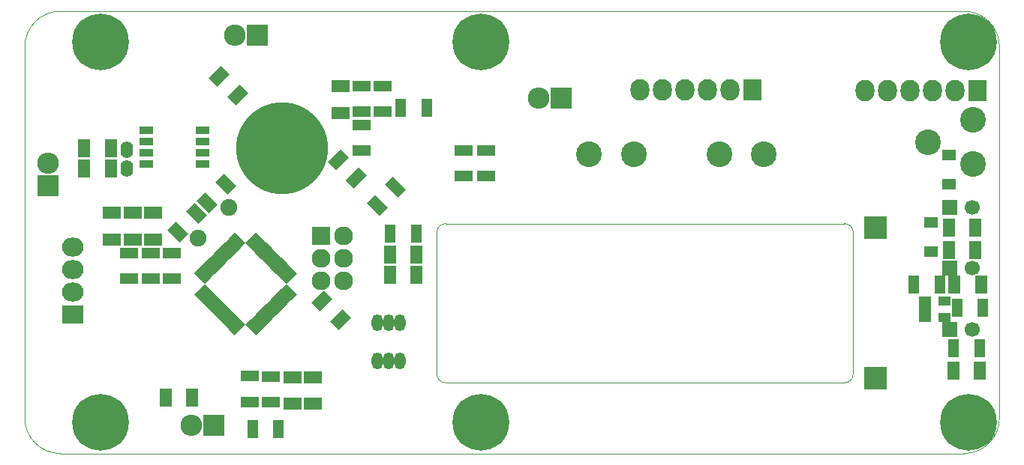
<source format=gbs>
G04 #@! TF.FileFunction,Soldermask,Bot*
%FSLAX46Y46*%
G04 Gerber Fmt 4.6, Leading zero omitted, Abs format (unit mm)*
G04 Created by KiCad (PCBNEW 4.0.4-stable) date 12/06/16 19:38:57*
%MOMM*%
%LPD*%
G01*
G04 APERTURE LIST*
%ADD10C,0.100000*%
%ADD11R,1.300000X2.100000*%
%ADD12C,2.900000*%
%ADD13C,1.700000*%
%ADD14R,1.700000X1.700000*%
%ADD15R,1.620000X1.310000*%
%ADD16C,6.400000*%
%ADD17C,4.400000*%
%ADD18C,10.400000*%
%ADD19R,2.127200X2.127200*%
%ADD20O,2.127200X2.127200*%
%ADD21R,2.432000X2.432000*%
%ADD22O,2.432000X2.432000*%
%ADD23R,2.432000X2.127200*%
%ADD24O,2.432000X2.127200*%
%ADD25R,2.127200X2.432000*%
%ADD26O,2.127200X2.432000*%
%ADD27C,2.899360*%
%ADD28R,1.543000X0.908000*%
%ADD29O,1.299160X1.901140*%
%ADD30C,1.901140*%
%ADD31O,1.400760X1.901140*%
%ADD32R,2.635200X2.635200*%
%ADD33R,1.400000X2.000000*%
%ADD34R,2.000000X1.400000*%
%ADD35R,2.100000X1.300000*%
%ADD36R,1.460000X1.050000*%
G04 APERTURE END LIST*
D10*
X110000000Y46000000D02*
G75*
G03X106000000Y50000000I-4000000J0D01*
G01*
X106000000Y0D02*
G75*
G03X110000000Y4000000I0J4000000D01*
G01*
X108000000Y3500000D02*
G75*
G03X108000000Y3500000I-1500000J0D01*
G01*
X108000000Y46500000D02*
G75*
G03X108000000Y46500000I-1500000J0D01*
G01*
X53000000Y46500000D02*
G75*
G03X53000000Y46500000I-1500000J0D01*
G01*
X53000000Y3500000D02*
G75*
G03X53000000Y3500000I-1500000J0D01*
G01*
X10000000Y46500000D02*
G75*
G03X10000000Y46500000I-1500000J0D01*
G01*
X10000000Y3500000D02*
G75*
G03X10000000Y3500000I-1500000J0D01*
G01*
X0Y4000000D02*
G75*
G03X4000000Y0I4000000J0D01*
G01*
X4000000Y50000000D02*
G75*
G03X0Y46000000I0J-4000000D01*
G01*
X4000000Y50000000D02*
X106000000Y50000000D01*
X106000000Y0D02*
X4000000Y0D01*
X47500000Y26000000D02*
G75*
G03X46500000Y25000000I0J-1000000D01*
G01*
X47500000Y26000000D02*
X92500000Y26000000D01*
X93500000Y25000000D02*
G75*
G03X92500000Y26000000I-1000000J0D01*
G01*
X93500000Y9000000D02*
X93500000Y25000000D01*
X92500000Y8000000D02*
G75*
G03X93500000Y9000000I0J1000000D01*
G01*
X92500000Y8000000D02*
X47500000Y8000000D01*
X46500000Y9000000D02*
G75*
G03X47500000Y8000000I1000000J0D01*
G01*
X46500000Y9000000D02*
X46500000Y25000000D01*
X0Y4000000D02*
X0Y46000000D01*
X110000000Y46000000D02*
X110000000Y4000000D01*
X33000000Y34500000D02*
G75*
G03X33000000Y34500000I-4000000J0D01*
G01*
D11*
X105250000Y16500000D03*
X108150000Y16500000D03*
D12*
X78400000Y33800000D03*
X83400000Y33800000D03*
X63700000Y33800000D03*
X68700000Y33800000D03*
D13*
X106900000Y21000000D03*
D14*
X104400000Y21000000D03*
D13*
X106900000Y14040000D03*
D14*
X104400000Y14040000D03*
D13*
X106900000Y27800000D03*
D14*
X104400000Y27800000D03*
D15*
X102300000Y22865000D03*
X102300000Y26135000D03*
X104300000Y30465000D03*
X104300000Y33735000D03*
D16*
X8500000Y3500000D03*
D17*
X8500000Y3500000D03*
D16*
X51500000Y3500000D03*
D17*
X51500000Y3500000D03*
D16*
X106500000Y3500000D03*
D17*
X106500000Y3500000D03*
D16*
X106500000Y46500000D03*
D17*
X106500000Y46500000D03*
D16*
X51500000Y46500000D03*
D17*
X51500000Y46500000D03*
D16*
X8500000Y46500000D03*
D17*
X8500000Y46500000D03*
D18*
X29000000Y34500000D03*
D19*
X33400000Y24640000D03*
D20*
X35940000Y24640000D03*
X33400000Y22100000D03*
X35940000Y22100000D03*
X33400000Y19560000D03*
X35940000Y19560000D03*
D21*
X26200000Y47300000D03*
D22*
X23660000Y47300000D03*
D21*
X2600000Y30260000D03*
D22*
X2600000Y32800000D03*
D21*
X21340000Y3200000D03*
D22*
X18800000Y3200000D03*
D23*
X5400000Y15720000D03*
D24*
X5400000Y18260000D03*
X5400000Y20800000D03*
X5400000Y23340000D03*
D21*
X60540000Y40200000D03*
D22*
X58000000Y40200000D03*
D25*
X107500000Y41000000D03*
D26*
X104960000Y41000000D03*
X102420000Y41000000D03*
X99880000Y41000000D03*
X97340000Y41000000D03*
X94800000Y41000000D03*
D25*
X82100000Y41100000D03*
D26*
X79560000Y41100000D03*
X77020000Y41100000D03*
X74480000Y41100000D03*
X71940000Y41100000D03*
X69400000Y41100000D03*
D27*
X101960640Y35199360D03*
X107000000Y37698720D03*
X107000000Y32700000D03*
D10*
G36*
X21984111Y20879344D02*
X20781690Y22081765D01*
X21454275Y22754350D01*
X22656696Y21551929D01*
X21984111Y20879344D01*
X21984111Y20879344D01*
G37*
G36*
X22548071Y21443304D02*
X21345650Y22645725D01*
X22018235Y23318310D01*
X23220656Y22115889D01*
X22548071Y21443304D01*
X22548071Y21443304D01*
G37*
G36*
X23113828Y22009060D02*
X21911407Y23211481D01*
X22583992Y23884066D01*
X23786413Y22681645D01*
X23113828Y22009060D01*
X23113828Y22009060D01*
G37*
G36*
X23679584Y22574816D02*
X22477163Y23777237D01*
X23149748Y24449822D01*
X24352169Y23247401D01*
X23679584Y22574816D01*
X23679584Y22574816D01*
G37*
G36*
X24245340Y23140572D02*
X23042919Y24342993D01*
X23715504Y25015578D01*
X24917925Y23813157D01*
X24245340Y23140572D01*
X24245340Y23140572D01*
G37*
G36*
X20286843Y19182075D02*
X19084422Y20384496D01*
X19757007Y21057081D01*
X20959428Y19854660D01*
X20286843Y19182075D01*
X20286843Y19182075D01*
G37*
G36*
X20852599Y19747831D02*
X19650178Y20950252D01*
X20322763Y21622837D01*
X21525184Y20420416D01*
X20852599Y19747831D01*
X20852599Y19747831D01*
G37*
G36*
X21418355Y20313587D02*
X20215934Y21516008D01*
X20888519Y22188593D01*
X22090940Y20986172D01*
X21418355Y20313587D01*
X21418355Y20313587D01*
G37*
G36*
X25554660Y23140572D02*
X24882075Y23813157D01*
X26084496Y25015578D01*
X26757081Y24342993D01*
X25554660Y23140572D01*
X25554660Y23140572D01*
G37*
G36*
X26120416Y22574816D02*
X25447831Y23247401D01*
X26650252Y24449822D01*
X27322837Y23777237D01*
X26120416Y22574816D01*
X26120416Y22574816D01*
G37*
G36*
X26686172Y22009060D02*
X26013587Y22681645D01*
X27216008Y23884066D01*
X27888593Y23211481D01*
X26686172Y22009060D01*
X26686172Y22009060D01*
G37*
G36*
X27251929Y21443304D02*
X26579344Y22115889D01*
X27781765Y23318310D01*
X28454350Y22645725D01*
X27251929Y21443304D01*
X27251929Y21443304D01*
G37*
G36*
X27815889Y20879344D02*
X27143304Y21551929D01*
X28345725Y22754350D01*
X29018310Y22081765D01*
X27815889Y20879344D01*
X27815889Y20879344D01*
G37*
G36*
X28381645Y20313587D02*
X27709060Y20986172D01*
X28911481Y22188593D01*
X29584066Y21516008D01*
X28381645Y20313587D01*
X28381645Y20313587D01*
G37*
G36*
X28947401Y19747831D02*
X28274816Y20420416D01*
X29477237Y21622837D01*
X30149822Y20950252D01*
X28947401Y19747831D01*
X28947401Y19747831D01*
G37*
G36*
X29513157Y19182075D02*
X28840572Y19854660D01*
X30042993Y21057081D01*
X30715578Y20384496D01*
X29513157Y19182075D01*
X29513157Y19182075D01*
G37*
G36*
X30042993Y17342919D02*
X28840572Y18545340D01*
X29513157Y19217925D01*
X30715578Y18015504D01*
X30042993Y17342919D01*
X30042993Y17342919D01*
G37*
G36*
X29477237Y16777163D02*
X28274816Y17979584D01*
X28947401Y18652169D01*
X30149822Y17449748D01*
X29477237Y16777163D01*
X29477237Y16777163D01*
G37*
G36*
X28911481Y16211407D02*
X27709060Y17413828D01*
X28381645Y18086413D01*
X29584066Y16883992D01*
X28911481Y16211407D01*
X28911481Y16211407D01*
G37*
G36*
X28345725Y15645650D02*
X27143304Y16848071D01*
X27815889Y17520656D01*
X29018310Y16318235D01*
X28345725Y15645650D01*
X28345725Y15645650D01*
G37*
G36*
X27781765Y15081690D02*
X26579344Y16284111D01*
X27251929Y16956696D01*
X28454350Y15754275D01*
X27781765Y15081690D01*
X27781765Y15081690D01*
G37*
G36*
X27216008Y14515934D02*
X26013587Y15718355D01*
X26686172Y16390940D01*
X27888593Y15188519D01*
X27216008Y14515934D01*
X27216008Y14515934D01*
G37*
G36*
X26650252Y13950178D02*
X25447831Y15152599D01*
X26120416Y15825184D01*
X27322837Y14622763D01*
X26650252Y13950178D01*
X26650252Y13950178D01*
G37*
G36*
X26084496Y13384422D02*
X24882075Y14586843D01*
X25554660Y15259428D01*
X26757081Y14057007D01*
X26084496Y13384422D01*
X26084496Y13384422D01*
G37*
G36*
X23715504Y13384422D02*
X23042919Y14057007D01*
X24245340Y15259428D01*
X24917925Y14586843D01*
X23715504Y13384422D01*
X23715504Y13384422D01*
G37*
G36*
X23149748Y13950178D02*
X22477163Y14622763D01*
X23679584Y15825184D01*
X24352169Y15152599D01*
X23149748Y13950178D01*
X23149748Y13950178D01*
G37*
G36*
X22583992Y14515934D02*
X21911407Y15188519D01*
X23113828Y16390940D01*
X23786413Y15718355D01*
X22583992Y14515934D01*
X22583992Y14515934D01*
G37*
G36*
X22018235Y15081690D02*
X21345650Y15754275D01*
X22548071Y16956696D01*
X23220656Y16284111D01*
X22018235Y15081690D01*
X22018235Y15081690D01*
G37*
G36*
X21454275Y15645650D02*
X20781690Y16318235D01*
X21984111Y17520656D01*
X22656696Y16848071D01*
X21454275Y15645650D01*
X21454275Y15645650D01*
G37*
G36*
X20888519Y16211407D02*
X20215934Y16883992D01*
X21418355Y18086413D01*
X22090940Y17413828D01*
X20888519Y16211407D01*
X20888519Y16211407D01*
G37*
G36*
X20322763Y16777163D02*
X19650178Y17449748D01*
X20852599Y18652169D01*
X21525184Y17979584D01*
X20322763Y16777163D01*
X20322763Y16777163D01*
G37*
G36*
X19757007Y17342919D02*
X19084422Y18015504D01*
X20286843Y19217925D01*
X20959428Y18545340D01*
X19757007Y17342919D01*
X19757007Y17342919D01*
G37*
D28*
X20075000Y32695000D03*
X20075000Y33965000D03*
X20075000Y35235000D03*
X20075000Y36505000D03*
X13725000Y36505000D03*
X13725000Y35235000D03*
X13725000Y33965000D03*
X13725000Y32695000D03*
D29*
X41030000Y10500000D03*
X39760000Y10500000D03*
X42300000Y10500000D03*
X41030000Y14800000D03*
X39760000Y14800000D03*
X42300000Y14800000D03*
D30*
X19573995Y24373995D03*
X23026005Y27826005D03*
D31*
X11500000Y32250980D03*
X11500000Y34349020D03*
D32*
X96000000Y25500000D03*
X96000000Y8500000D03*
D33*
X44200000Y22500000D03*
X41200000Y22500000D03*
X44200000Y20200000D03*
X41200000Y20200000D03*
D10*
G36*
X36862742Y15351472D02*
X35448528Y13937258D01*
X34458578Y14927208D01*
X35872792Y16341422D01*
X36862742Y15351472D01*
X36862742Y15351472D01*
G37*
G36*
X34741422Y17472792D02*
X33327208Y16058578D01*
X32337258Y17048528D01*
X33751472Y18462742D01*
X34741422Y17472792D01*
X34741422Y17472792D01*
G37*
G36*
X19148528Y28362742D02*
X20562742Y26948528D01*
X19572792Y25958578D01*
X18158578Y27372792D01*
X19148528Y28362742D01*
X19148528Y28362742D01*
G37*
G36*
X17027208Y26241422D02*
X18441422Y24827208D01*
X17451472Y23837258D01*
X16037258Y25251472D01*
X17027208Y26241422D01*
X17027208Y26241422D01*
G37*
G36*
X20751472Y27137258D02*
X19337258Y28551472D01*
X20327208Y29541422D01*
X21741422Y28127208D01*
X20751472Y27137258D01*
X20751472Y27137258D01*
G37*
G36*
X22872792Y29258578D02*
X21458578Y30672792D01*
X22448528Y31662742D01*
X23862742Y30248528D01*
X22872792Y29258578D01*
X22872792Y29258578D01*
G37*
D33*
X9700000Y34500000D03*
X6700000Y34500000D03*
X9700000Y32200000D03*
X6700000Y32200000D03*
D10*
G36*
X25262742Y40751472D02*
X23848528Y39337258D01*
X22858578Y40327208D01*
X24272792Y41741422D01*
X25262742Y40751472D01*
X25262742Y40751472D01*
G37*
G36*
X23141422Y42872792D02*
X21727208Y41458578D01*
X20737258Y42448528D01*
X22151472Y43862742D01*
X23141422Y42872792D01*
X23141422Y42872792D01*
G37*
D33*
X18900000Y6300000D03*
X15900000Y6300000D03*
X104800000Y9400000D03*
X107800000Y9400000D03*
X104900000Y19100000D03*
X107900000Y19100000D03*
X104300000Y23000000D03*
X107300000Y23000000D03*
X104300000Y25570000D03*
X107300000Y25570000D03*
D34*
X14500000Y24200000D03*
X14500000Y27200000D03*
X12200000Y24200000D03*
X12200000Y27200000D03*
X9800000Y24200000D03*
X9800000Y27200000D03*
X32500000Y8600000D03*
X32500000Y5600000D03*
X30200000Y5600000D03*
X30200000Y8600000D03*
X35600000Y38500000D03*
X35600000Y41500000D03*
D35*
X16600000Y22650000D03*
X16600000Y19750000D03*
X49500000Y31350000D03*
X49500000Y34250000D03*
X52100000Y31350000D03*
X52100000Y34250000D03*
X11800000Y22650000D03*
X11800000Y19750000D03*
X14200000Y22650000D03*
X14200000Y19750000D03*
D11*
X28650000Y2800000D03*
X25750000Y2800000D03*
D10*
G36*
X38627387Y31457538D02*
X37142462Y29972613D01*
X36223223Y30891852D01*
X37708148Y32376777D01*
X38627387Y31457538D01*
X38627387Y31457538D01*
G37*
G36*
X36576777Y33508148D02*
X35091852Y32023223D01*
X34172613Y32942462D01*
X35657538Y34427387D01*
X36576777Y33508148D01*
X36576777Y33508148D01*
G37*
D11*
X100350000Y19100000D03*
X103250000Y19100000D03*
X107750000Y11900000D03*
X104850000Y11900000D03*
D35*
X25400000Y8750000D03*
X25400000Y5850000D03*
X27800000Y5800000D03*
X27800000Y8700000D03*
X38000000Y41550000D03*
X38000000Y38650000D03*
X38000000Y34250000D03*
X38000000Y37150000D03*
D11*
X42450000Y39100000D03*
X45350000Y39100000D03*
D35*
X40400000Y38650000D03*
X40400000Y41550000D03*
D10*
G36*
X41542462Y31327387D02*
X43027387Y29842462D01*
X42108148Y28923223D01*
X40623223Y30408148D01*
X41542462Y31327387D01*
X41542462Y31327387D01*
G37*
G36*
X39491852Y29276777D02*
X40976777Y27791852D01*
X40057538Y26872613D01*
X38572613Y28357538D01*
X39491852Y29276777D01*
X39491852Y29276777D01*
G37*
D11*
X41250000Y24900000D03*
X44150000Y24900000D03*
D36*
X101600000Y15350000D03*
X101600000Y16300000D03*
X101600000Y17250000D03*
X103800000Y17250000D03*
X103800000Y15350000D03*
M02*

</source>
